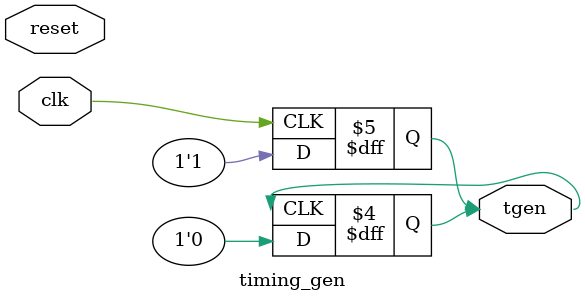
<source format=v>
/**********************************************************************/
/*                                                                    */
/*             -------                                                */
/*            /   SOC  \                                              */
/*           /    GEN   \                                             */
/*          /     SIM    \                                            */
/*          ==============                                            */
/*          |            |                                            */
/*          |____________|                                            */
/*                                                                    */
/*  timing  generator for simulation probes                           */
/*                                                                    */
/*                                                                    */
/*  Author(s):                                                        */
/*      - John Eaton, jt_eaton@opencores.org                          */
/*                                                                    */
/**********************************************************************/
/*                                                                    */
/*    Copyright (C) <2010>  <Ouabache Design Works>                   */
/*                                                                    */
/*  This source file may be used and distributed without              */
/*  restriction provided that this copyright statement is not         */
/*  removed from the file and that any derivative work contains       */
/*  the original copyright notice and the associated disclaimer.      */
/*                                                                    */
/*  This source file is free software; you can redistribute it        */
/*  and/or modify it under the terms of the GNU Lesser General        */
/*  Public License as published by the Free Software Foundation;      */
/*  either version 2.1 of the License, or (at your option) any        */
/*  later version.                                                    */
/*                                                                    */
/*  This source is distributed in the hope that it will be            */
/*  useful, but WITHOUT ANY WARRANTY; without even the implied        */
/*  warranty of MERCHANTABILITY or FITNESS FOR A PARTICULAR           */
/*  PURPOSE.  See the GNU Lesser General Public License for more      */
/*  details.                                                          */
/*                                                                    */
/*  You should have received a copy of the GNU Lesser General         */
/*  Public License along with this source; if not, download it        */
/*  from http://www.opencores.org/lgpl.shtml                          */
/*                                                                    */
/**********************************************************************/



module timing_gen 
#(parameter DELAY=10,
  parameter WIDTH=20
 )
 (input wire  clk,
  input wire  reset,
  output reg  tgen
 );
   
initial
  begin
  tgen = 1'b0;
  end


always@(posedge clk  )  tgen  = #DELAY  1'b1;
always@(posedge tgen )  tgen  = #WIDTH  1'b0;


   
   


   

endmodule




</source>
